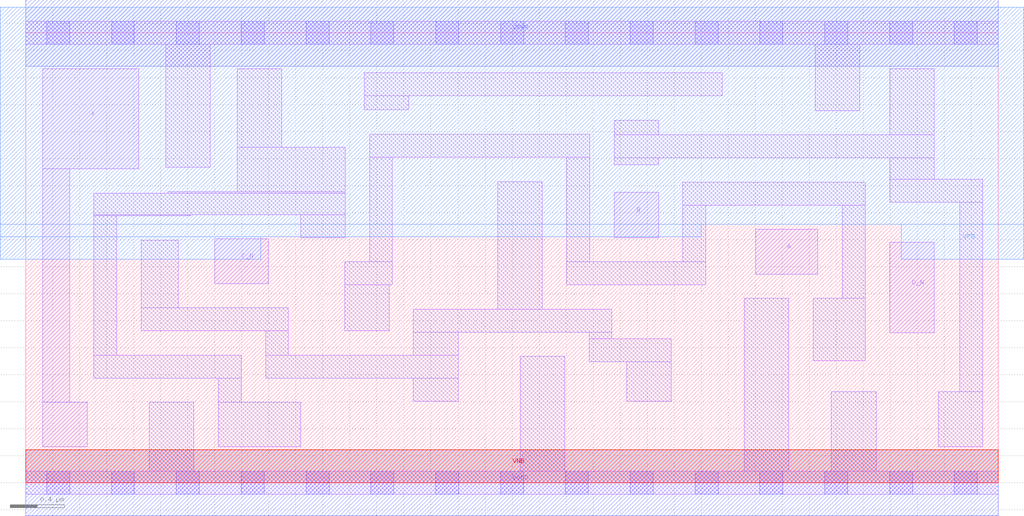
<source format=lef>
# Copyright 2020 The SkyWater PDK Authors
#
# Licensed under the Apache License, Version 2.0 (the "License");
# you may not use this file except in compliance with the License.
# You may obtain a copy of the License at
#
#     https://www.apache.org/licenses/LICENSE-2.0
#
# Unless required by applicable law or agreed to in writing, software
# distributed under the License is distributed on an "AS IS" BASIS,
# WITHOUT WARRANTIES OR CONDITIONS OF ANY KIND, either express or implied.
# See the License for the specific language governing permissions and
# limitations under the License.
#
# SPDX-License-Identifier: Apache-2.0

VERSION 5.7 ;
  NOWIREEXTENSIONATPIN ON ;
  DIVIDERCHAR "/" ;
  BUSBITCHARS "[]" ;
MACRO sky130_fd_sc_lp__or4bb_lp
  CLASS CORE ;
  FOREIGN sky130_fd_sc_lp__or4bb_lp ;
  ORIGIN  0.000000  0.000000 ;
  SIZE  7.200000 BY  3.330000 ;
  SYMMETRY X Y R90 ;
  SITE unit ;
  PIN A
    ANTENNAGATEAREA  0.376000 ;
    DIRECTION INPUT ;
    USE SIGNAL ;
    PORT
      LAYER li1 ;
        RECT 5.405000 1.545000 5.865000 1.875000 ;
    END
  END A
  PIN B
    ANTENNAGATEAREA  0.376000 ;
    DIRECTION INPUT ;
    USE SIGNAL ;
    PORT
      LAYER li1 ;
        RECT 4.355000 1.815000 4.685000 2.150000 ;
    END
  END B
  PIN C_N
    ANTENNAGATEAREA  0.376000 ;
    DIRECTION INPUT ;
    USE SIGNAL ;
    PORT
      LAYER li1 ;
        RECT 1.400000 1.475000 1.795000 1.805000 ;
    END
  END C_N
  PIN D_N
    ANTENNAGATEAREA  0.376000 ;
    DIRECTION INPUT ;
    USE SIGNAL ;
    PORT
      LAYER li1 ;
        RECT 6.395000 1.110000 6.725000 1.780000 ;
    END
  END D_N
  PIN X
    ANTENNADIFFAREA  0.404700 ;
    DIRECTION OUTPUT ;
    USE SIGNAL ;
    PORT
      LAYER li1 ;
        RECT 0.125000 0.265000 0.455000 0.595000 ;
        RECT 0.125000 0.595000 0.325000 2.325000 ;
        RECT 0.125000 2.325000 0.835000 3.065000 ;
    END
  END X
  PIN VGND
    DIRECTION INOUT ;
    USE GROUND ;
    PORT
      LAYER met1 ;
        RECT 0.000000 -0.245000 7.200000 0.245000 ;
    END
  END VGND
  PIN VNB
    DIRECTION INOUT ;
    USE GROUND ;
    PORT
      LAYER pwell ;
        RECT 0.000000 0.000000 7.200000 0.245000 ;
    END
  END VNB
  PIN VPB
    DIRECTION INOUT ;
    USE POWER ;
    PORT
      LAYER nwell ;
        RECT -0.190000 1.655000 1.740000 1.820000 ;
        RECT -0.190000 1.820000 5.000000 1.915000 ;
        RECT -0.190000 1.915000 7.390000 3.520000 ;
        RECT  6.480000 1.655000 7.390000 1.915000 ;
    END
  END VPB
  PIN VPWR
    DIRECTION INOUT ;
    USE POWER ;
    PORT
      LAYER met1 ;
        RECT 0.000000 3.085000 7.200000 3.575000 ;
    END
  END VPWR
  OBS
    LAYER li1 ;
      RECT 0.000000 -0.085000 7.200000 0.085000 ;
      RECT 0.000000  3.245000 7.200000 3.415000 ;
      RECT 0.505000  0.775000 1.595000 0.945000 ;
      RECT 0.505000  0.945000 0.675000 1.975000 ;
      RECT 0.505000  1.975000 1.220000 1.985000 ;
      RECT 0.505000  1.985000 2.365000 2.145000 ;
      RECT 0.855000  1.125000 1.945000 1.295000 ;
      RECT 0.855000  1.295000 1.130000 1.795000 ;
      RECT 0.915000  0.085000 1.245000 0.595000 ;
      RECT 1.035000  2.335000 1.365000 3.245000 ;
      RECT 1.050000  2.145000 2.365000 2.155000 ;
      RECT 1.425000  0.265000 2.035000 0.595000 ;
      RECT 1.425000  0.595000 1.595000 0.775000 ;
      RECT 1.565000  2.155000 2.365000 2.485000 ;
      RECT 1.565000  2.485000 1.895000 3.065000 ;
      RECT 1.775000  0.775000 3.200000 0.945000 ;
      RECT 1.775000  0.945000 1.945000 1.125000 ;
      RECT 2.035000  1.815000 2.365000 1.985000 ;
      RECT 2.360000  1.125000 2.690000 1.465000 ;
      RECT 2.360000  1.465000 2.715000 1.635000 ;
      RECT 2.505000  2.760000 2.835000 2.865000 ;
      RECT 2.505000  2.865000 5.155000 3.035000 ;
      RECT 2.545000  1.635000 2.715000 2.410000 ;
      RECT 2.545000  2.410000 4.175000 2.580000 ;
      RECT 2.870000  0.605000 3.200000 0.775000 ;
      RECT 2.870000  0.945000 3.200000 1.115000 ;
      RECT 2.870000  1.115000 4.340000 1.285000 ;
      RECT 3.495000  1.285000 3.825000 2.230000 ;
      RECT 3.660000  0.085000 3.990000 0.935000 ;
      RECT 4.005000  1.465000 5.035000 1.635000 ;
      RECT 4.005000  1.635000 4.175000 2.410000 ;
      RECT 4.170000  0.895000 4.780000 1.065000 ;
      RECT 4.170000  1.065000 4.340000 1.115000 ;
      RECT 4.355000  2.355000 4.685000 2.405000 ;
      RECT 4.355000  2.405000 6.725000 2.575000 ;
      RECT 4.355000  2.575000 4.685000 2.685000 ;
      RECT 4.450000  0.605000 4.780000 0.895000 ;
      RECT 4.865000  1.635000 5.035000 2.055000 ;
      RECT 4.865000  2.055000 6.215000 2.225000 ;
      RECT 5.320000  0.085000 5.650000 1.365000 ;
      RECT 5.830000  0.905000 6.215000 1.365000 ;
      RECT 5.845000  2.755000 6.175000 3.245000 ;
      RECT 5.965000  0.085000 6.295000 0.675000 ;
      RECT 6.045000  1.365000 6.215000 2.055000 ;
      RECT 6.395000  2.075000 7.085000 2.245000 ;
      RECT 6.395000  2.245000 6.725000 2.405000 ;
      RECT 6.395000  2.575000 6.725000 3.065000 ;
      RECT 6.755000  0.265000 7.085000 0.675000 ;
      RECT 6.915000  0.675000 7.085000 2.075000 ;
    LAYER mcon ;
      RECT 0.155000 -0.085000 0.325000 0.085000 ;
      RECT 0.155000  3.245000 0.325000 3.415000 ;
      RECT 0.635000 -0.085000 0.805000 0.085000 ;
      RECT 0.635000  3.245000 0.805000 3.415000 ;
      RECT 1.115000 -0.085000 1.285000 0.085000 ;
      RECT 1.115000  3.245000 1.285000 3.415000 ;
      RECT 1.595000 -0.085000 1.765000 0.085000 ;
      RECT 1.595000  3.245000 1.765000 3.415000 ;
      RECT 2.075000 -0.085000 2.245000 0.085000 ;
      RECT 2.075000  3.245000 2.245000 3.415000 ;
      RECT 2.555000 -0.085000 2.725000 0.085000 ;
      RECT 2.555000  3.245000 2.725000 3.415000 ;
      RECT 3.035000 -0.085000 3.205000 0.085000 ;
      RECT 3.035000  3.245000 3.205000 3.415000 ;
      RECT 3.515000 -0.085000 3.685000 0.085000 ;
      RECT 3.515000  3.245000 3.685000 3.415000 ;
      RECT 3.995000 -0.085000 4.165000 0.085000 ;
      RECT 3.995000  3.245000 4.165000 3.415000 ;
      RECT 4.475000 -0.085000 4.645000 0.085000 ;
      RECT 4.475000  3.245000 4.645000 3.415000 ;
      RECT 4.955000 -0.085000 5.125000 0.085000 ;
      RECT 4.955000  3.245000 5.125000 3.415000 ;
      RECT 5.435000 -0.085000 5.605000 0.085000 ;
      RECT 5.435000  3.245000 5.605000 3.415000 ;
      RECT 5.915000 -0.085000 6.085000 0.085000 ;
      RECT 5.915000  3.245000 6.085000 3.415000 ;
      RECT 6.395000 -0.085000 6.565000 0.085000 ;
      RECT 6.395000  3.245000 6.565000 3.415000 ;
      RECT 6.875000 -0.085000 7.045000 0.085000 ;
      RECT 6.875000  3.245000 7.045000 3.415000 ;
  END
END sky130_fd_sc_lp__or4bb_lp
END LIBRARY

</source>
